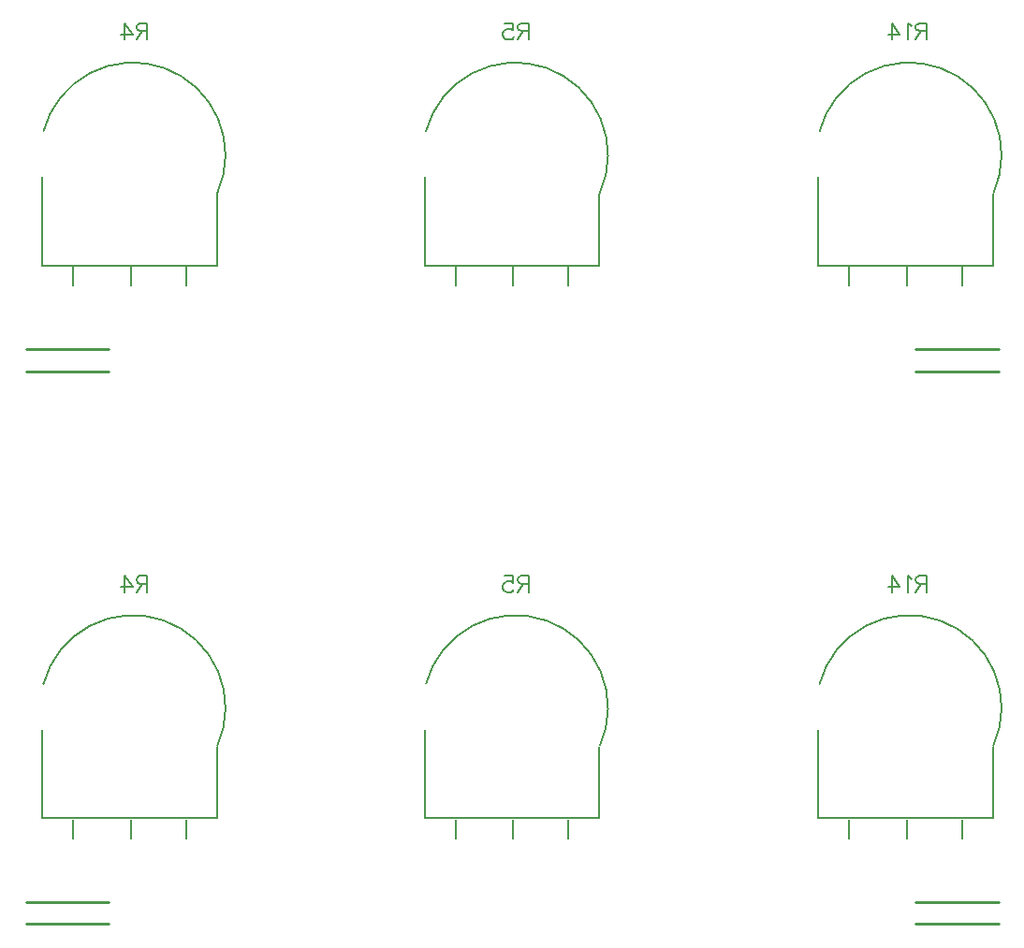
<source format=gbo>
G04*
G04 #@! TF.GenerationSoftware,Altium Limited,Altium Designer,21.0.8 (223)*
G04*
G04 Layer_Color=16777215*
%FSLAX25Y25*%
%MOIN*%
G70*
G04*
G04 #@! TF.SameCoordinates,1038851D-6751-456F-ADCF-613883C18876*
G04*
G04*
G04 #@! TF.FilePolarity,Positive*
G04*
G01*
G75*
%ADD42C,0.00787*%
%ADD43C,0.01000*%
%ADD44C,0.00591*%
D42*
X199334Y190695D02*
G03*
X137411Y212719I-30066J13530D01*
G01*
X335554Y190695D02*
G03*
X273632Y212719I-30066J13530D01*
G01*
X475712Y190695D02*
G03*
X413789Y212719I-30066J13530D01*
G01*
X148008Y157768D02*
Y164461D01*
X168480Y157768D02*
Y164461D01*
X188165Y157768D02*
Y164461D01*
X136984Y164854D02*
Y196350D01*
Y164854D02*
X199189D01*
Y190445D01*
X284228Y157768D02*
Y164461D01*
X304701Y157768D02*
Y164461D01*
X324386Y157768D02*
Y164461D01*
X273205Y164854D02*
Y196350D01*
Y164854D02*
X335409D01*
Y190445D01*
X475567Y164854D02*
Y190445D01*
X413362Y164854D02*
X475567D01*
X413362D02*
Y196350D01*
X464543Y157768D02*
Y164461D01*
X444858Y157768D02*
Y164461D01*
X424386Y157768D02*
Y164461D01*
X199334Y387545D02*
G03*
X137411Y409570I-30066J13530D01*
G01*
X335554Y387545D02*
G03*
X273632Y409570I-30066J13530D01*
G01*
X475712Y387545D02*
G03*
X413789Y409570I-30066J13530D01*
G01*
X148008Y354618D02*
Y361311D01*
X168480Y354618D02*
Y361311D01*
X188165Y354618D02*
Y361311D01*
X136984Y361705D02*
Y393201D01*
Y361705D02*
X199189D01*
Y387295D01*
X284228Y354618D02*
Y361311D01*
X304701Y354618D02*
Y361311D01*
X324386Y354618D02*
Y361311D01*
X273205Y361705D02*
Y393201D01*
Y361705D02*
X335409D01*
Y387295D01*
X475567Y361705D02*
Y387295D01*
X413362Y361705D02*
X475567D01*
X413362D02*
Y393201D01*
X464543Y354618D02*
Y361311D01*
X444858Y354618D02*
Y361311D01*
X424386Y354618D02*
Y361311D01*
D43*
X131122Y127185D02*
X160650D01*
X131122Y135059D02*
X160650D01*
X448051D02*
X477579D01*
X448051Y127185D02*
X477579D01*
X131122Y324035D02*
X160650D01*
X131122Y331909D02*
X160650D01*
X448051D02*
X477579D01*
X448051Y324035D02*
X477579D01*
D44*
X174429Y251200D02*
Y245295D01*
Y251200D02*
X171899D01*
X171055Y250918D01*
X170774Y250637D01*
X170493Y250075D01*
Y249513D01*
X170774Y248950D01*
X171055Y248669D01*
X171899Y248388D01*
X174429D01*
X172461D02*
X170493Y245295D01*
X166360Y251200D02*
X169172Y247263D01*
X164954D01*
X166360Y251200D02*
Y245295D01*
X451988Y251200D02*
Y245295D01*
Y251200D02*
X449458D01*
X448614Y250918D01*
X448333Y250637D01*
X448052Y250075D01*
Y249513D01*
X448333Y248950D01*
X448614Y248669D01*
X449458Y248388D01*
X451988D01*
X450020D02*
X448052Y245295D01*
X446731Y250075D02*
X446168Y250356D01*
X445325Y251200D01*
Y245295D01*
X439589Y251200D02*
X442401Y247263D01*
X438183D01*
X439589Y251200D02*
Y245295D01*
X310256Y251200D02*
Y245295D01*
Y251200D02*
X307726D01*
X306882Y250918D01*
X306601Y250637D01*
X306320Y250075D01*
Y249513D01*
X306601Y248950D01*
X306882Y248669D01*
X307726Y248388D01*
X310256D01*
X308288D02*
X306320Y245295D01*
X301624Y251200D02*
X304436D01*
X304717Y248669D01*
X304436Y248950D01*
X303592Y249231D01*
X302749D01*
X301906Y248950D01*
X301343Y248388D01*
X301062Y247545D01*
Y246982D01*
X301343Y246139D01*
X301906Y245576D01*
X302749Y245295D01*
X303592D01*
X304436Y245576D01*
X304717Y245858D01*
X304998Y246420D01*
X174429Y448050D02*
Y442146D01*
Y448050D02*
X171899D01*
X171055Y447769D01*
X170774Y447488D01*
X170493Y446925D01*
Y446363D01*
X170774Y445801D01*
X171055Y445519D01*
X171899Y445238D01*
X174429D01*
X172461D02*
X170493Y442146D01*
X166360Y448050D02*
X169172Y444114D01*
X164954D01*
X166360Y448050D02*
Y442146D01*
X451988Y448050D02*
Y442146D01*
Y448050D02*
X449458D01*
X448614Y447769D01*
X448333Y447488D01*
X448052Y446925D01*
Y446363D01*
X448333Y445801D01*
X448614Y445519D01*
X449458Y445238D01*
X451988D01*
X450020D02*
X448052Y442146D01*
X446731Y446925D02*
X446168Y447206D01*
X445325Y448050D01*
Y442146D01*
X439589Y448050D02*
X442401Y444114D01*
X438183D01*
X439589Y448050D02*
Y442146D01*
X310256Y448050D02*
Y442146D01*
Y448050D02*
X307726D01*
X306882Y447769D01*
X306601Y447488D01*
X306320Y446925D01*
Y446363D01*
X306601Y445801D01*
X306882Y445519D01*
X307726Y445238D01*
X310256D01*
X308288D02*
X306320Y442146D01*
X301624Y448050D02*
X304436D01*
X304717Y445519D01*
X304436Y445801D01*
X303592Y446082D01*
X302749D01*
X301906Y445801D01*
X301343Y445238D01*
X301062Y444395D01*
Y443833D01*
X301343Y442989D01*
X301906Y442427D01*
X302749Y442146D01*
X303592D01*
X304436Y442427D01*
X304717Y442708D01*
X304998Y443270D01*
M02*

</source>
